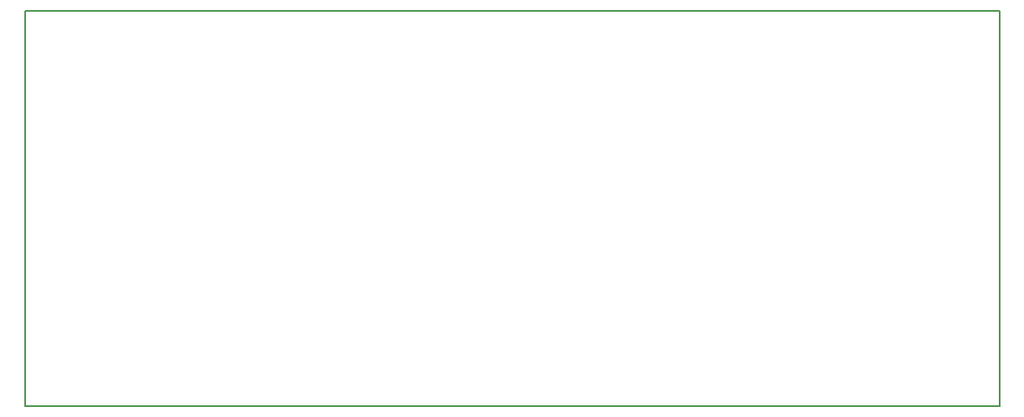
<source format=gbr>
G04 #@! TF.GenerationSoftware,KiCad,Pcbnew,(5.1.4)-1*
G04 #@! TF.CreationDate,2020-07-08T20:51:49+02:00*
G04 #@! TF.ProjectId,SBIO3,5342494f-332e-46b6-9963-61645f706362,rev?*
G04 #@! TF.SameCoordinates,Original*
G04 #@! TF.FileFunction,Other,User*
%FSLAX46Y46*%
G04 Gerber Fmt 4.6, Leading zero omitted, Abs format (unit mm)*
G04 Created by KiCad (PCBNEW (5.1.4)-1) date 2020-07-08 20:51:49*
%MOMM*%
%LPD*%
G04 APERTURE LIST*
%ADD10C,0.150000*%
G04 APERTURE END LIST*
D10*
X74295000Y-137160000D02*
X74295000Y-177165000D01*
X172720000Y-177165000D02*
X74295000Y-177165000D01*
X172720000Y-137160000D02*
X172720000Y-177165000D01*
X74295000Y-137160000D02*
X172720000Y-137160000D01*
M02*

</source>
